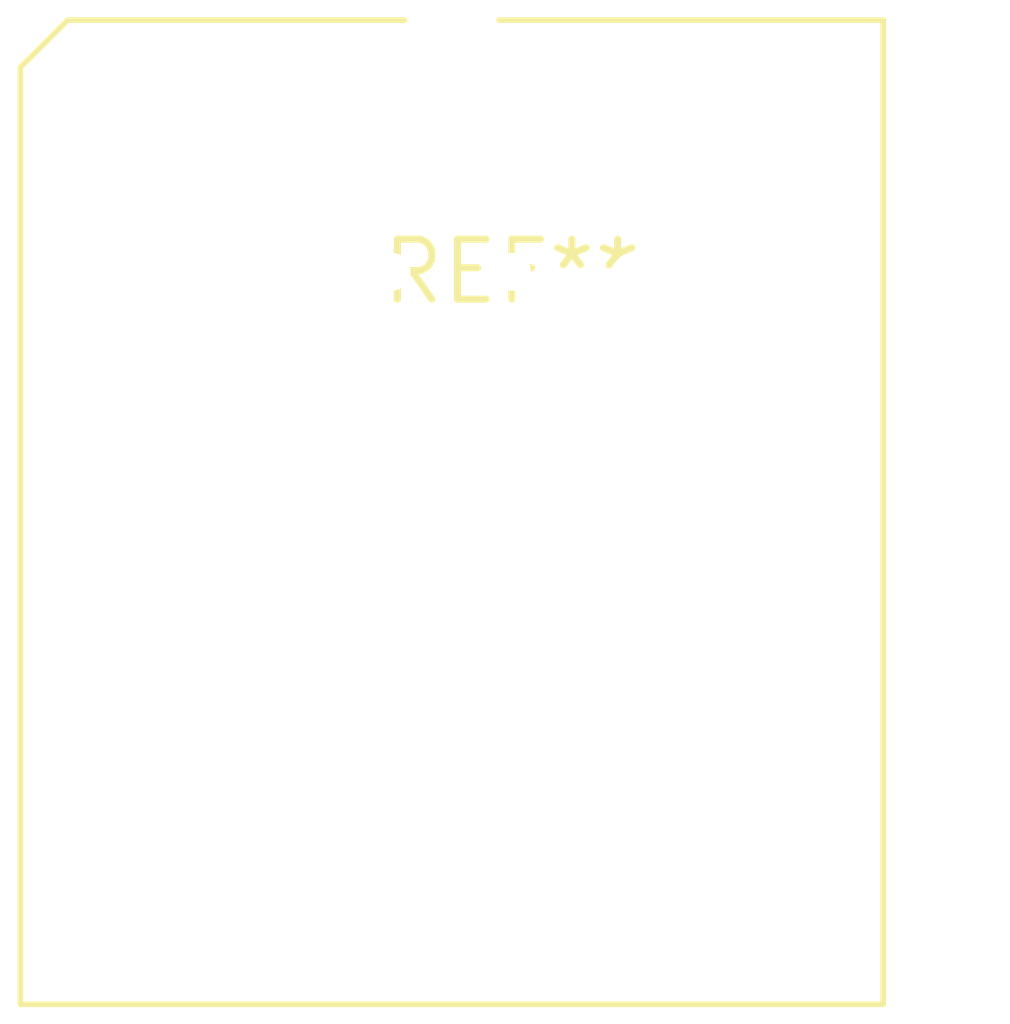
<source format=kicad_pcb>
(kicad_pcb (version 20240108) (generator pcbnew)
  (layers (0 "F.Cu" signal) (31 "B.Cu" signal) (34 "B.Paste" user) (35 "F.Paste" user) (36 "B.SilkS" user "B.Silkscreen") (37 "F.SilkS" user "F.Silkscreen") (38 "B.Mask" user) (39 "F.Mask" user) (44 "Edge.Cuts" user))
  (net 0 "")
  (footprint "PLCC-32_THT-Socket" (layer "F.Cu") (at 0 0)
    (property "Reference" "REF**")
    (property "Value" "PLCC-32_THT-Socket")
    (fp_line (start -10.395 -4.32) (end -10.395 15.48) (layer "F.SilkS") (stroke (width 0.12)))
    (fp_line (start -10.395 15.48) (end 7.855 15.48) (layer "F.SilkS") (stroke (width 0.12)))
    (fp_line (start -9.395 -5.32) (end -10.395 -4.32) (layer "F.SilkS") (stroke (width 0.12)))
    (fp_line (start -2.27 -5.32) (end -9.395 -5.32) (layer "F.SilkS") (stroke (width 0.12)))
    (fp_line (start 7.855 -5.32) (end -0.27 -5.32) (layer "F.SilkS") (stroke (width 0.12)))
    (fp_line (start 7.855 15.48) (end 7.855 -5.32) (layer "F.SilkS") (stroke (width 0.12)))
    (pad "1" thru_hole rect (at 0 0) (size 1.4224 1.4224) (drill 0.8) (layers *.Cu *.Mask) (remove_unused_layers))
    (pad "2" thru_hole circle (at -2.54 -2.54) (size 1.4224 1.4224) (drill 0.8) (layers *.Cu *.Mask) (remove_unused_layers))
    (pad "3" thru_hole circle (at -2.54 0) (size 1.4224 1.4224) (drill 0.8) (layers *.Cu *.Mask) (remove_unused_layers))
    (pad "4" thru_hole circle (at -5.08 -2.54) (size 1.4224 1.4224) (drill 0.8) (layers *.Cu *.Mask) (remove_unused_layers))
    (pad "5" thru_hole circle (at -7.62 0) (size 1.4224 1.4224) (drill 0.8) (layers *.Cu *.Mask) (remove_unused_layers))
    (pad "6" thru_hole circle (at -5.08 0) (size 1.4224 1.4224) (drill 0.8) (layers *.Cu *.Mask) (remove_unused_layers))
    (pad "7" thru_hole circle (at -7.62 2.54) (size 1.4224 1.4224) (drill 0.8) (layers *.Cu *.Mask) (remove_unused_layers))
    (pad "8" thru_hole circle (at -5.08 2.54) (size 1.4224 1.4224) (drill 0.8) (layers *.Cu *.Mask) (remove_unused_layers))
    (pad "9" thru_hole circle (at -7.62 5.08) (size 1.4224 1.4224) (drill 0.8) (layers *.Cu *.Mask) (remove_unused_layers))
    (pad "10" thru_hole circle (at -5.08 5.08) (size 1.4224 1.4224) (drill 0.8) (layers *.Cu *.Mask) (remove_unused_layers))
    (pad "11" thru_hole circle (at -7.62 7.62) (size 1.4224 1.4224) (drill 0.8) (layers *.Cu *.Mask) (remove_unused_layers))
    (pad "12" thru_hole circle (at -5.08 7.62) (size 1.4224 1.4224) (drill 0.8) (layers *.Cu *.Mask) (remove_unused_layers))
    (pad "13" thru_hole circle (at -7.62 10.16) (size 1.4224 1.4224) (drill 0.8) (layers *.Cu *.Mask) (remove_unused_layers))
    (pad "14" thru_hole circle (at -5.08 12.7) (size 1.4224 1.4224) (drill 0.8) (layers *.Cu *.Mask) (remove_unused_layers))
    (pad "15" thru_hole circle (at -5.08 10.16) (size 1.4224 1.4224) (drill 0.8) (layers *.Cu *.Mask) (remove_unused_layers))
    (pad "16" thru_hole circle (at -2.54 12.7) (size 1.4224 1.4224) (drill 0.8) (layers *.Cu *.Mask) (remove_unused_layers))
    (pad "17" thru_hole circle (at -2.54 10.16) (size 1.4224 1.4224) (drill 0.8) (layers *.Cu *.Mask) (remove_unused_layers))
    (pad "18" thru_hole circle (at 0 12.7) (size 1.4224 1.4224) (drill 0.8) (layers *.Cu *.Mask) (remove_unused_layers))
    (pad "19" thru_hole circle (at 0 10.16) (size 1.4224 1.4224) (drill 0.8) (layers *.Cu *.Mask) (remove_unused_layers))
    (pad "20" thru_hole circle (at 2.54 12.7) (size 1.4224 1.4224) (drill 0.8) (layers *.Cu *.Mask) (remove_unused_layers))
    (pad "21" thru_hole circle (at 5.08 10.16) (size 1.4224 1.4224) (drill 0.8) (layers *.Cu *.Mask) (remove_unused_layers))
    (pad "22" thru_hole circle (at 2.54 10.16) (size 1.4224 1.4224) (drill 0.8) (layers *.Cu *.Mask) (remove_unused_layers))
    (pad "23" thru_hole circle (at 5.08 7.62) (size 1.4224 1.4224) (drill 0.8) (layers *.Cu *.Mask) (remove_unused_layers))
    (pad "24" thru_hole circle (at 2.54 7.62) (size 1.4224 1.4224) (drill 0.8) (layers *.Cu *.Mask) (remove_unused_layers))
    (pad "25" thru_hole circle (at 5.08 5.08) (size 1.4224 1.4224) (drill 0.8) (layers *.Cu *.Mask) (remove_unused_layers))
    (pad "26" thru_hole circle (at 2.54 5.08) (size 1.4224 1.4224) (drill 0.8) (layers *.Cu *.Mask) (remove_unused_layers))
    (pad "27" thru_hole circle (at 5.08 2.54) (size 1.4224 1.4224) (drill 0.8) (layers *.Cu *.Mask) (remove_unused_layers))
    (pad "28" thru_hole circle (at 2.54 2.54) (size 1.4224 1.4224) (drill 0.8) (layers *.Cu *.Mask) (remove_unused_layers))
    (pad "29" thru_hole circle (at 5.08 0) (size 1.4224 1.4224) (drill 0.8) (layers *.Cu *.Mask) (remove_unused_layers))
    (pad "30" thru_hole circle (at 2.54 -2.54) (size 1.4224 1.4224) (drill 0.8) (layers *.Cu *.Mask) (remove_unused_layers))
    (pad "31" thru_hole circle (at 2.54 0) (size 1.4224 1.4224) (drill 0.8) (layers *.Cu *.Mask) (remove_unused_layers))
    (pad "32" thru_hole circle (at 0 -2.54) (size 1.4224 1.4224) (drill 0.8) (layers *.Cu *.Mask) (remove_unused_layers))
  )
)
</source>
